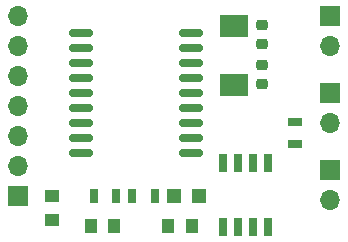
<source format=gbr>
%TF.GenerationSoftware,KiCad,Pcbnew,(6.0.7)*%
%TF.CreationDate,2023-01-30T20:46:25-05:00*%
%TF.ProjectId,SPItoCAN,53504974-6f43-4414-9e2e-6b696361645f,rev?*%
%TF.SameCoordinates,Original*%
%TF.FileFunction,Soldermask,Top*%
%TF.FilePolarity,Negative*%
%FSLAX46Y46*%
G04 Gerber Fmt 4.6, Leading zero omitted, Abs format (unit mm)*
G04 Created by KiCad (PCBNEW (6.0.7)) date 2023-01-30 20:46:25*
%MOMM*%
%LPD*%
G01*
G04 APERTURE LIST*
G04 Aperture macros list*
%AMRoundRect*
0 Rectangle with rounded corners*
0 $1 Rounding radius*
0 $2 $3 $4 $5 $6 $7 $8 $9 X,Y pos of 4 corners*
0 Add a 4 corners polygon primitive as box body*
4,1,4,$2,$3,$4,$5,$6,$7,$8,$9,$2,$3,0*
0 Add four circle primitives for the rounded corners*
1,1,$1+$1,$2,$3*
1,1,$1+$1,$4,$5*
1,1,$1+$1,$6,$7*
1,1,$1+$1,$8,$9*
0 Add four rect primitives between the rounded corners*
20,1,$1+$1,$2,$3,$4,$5,0*
20,1,$1+$1,$4,$5,$6,$7,0*
20,1,$1+$1,$6,$7,$8,$9,0*
20,1,$1+$1,$8,$9,$2,$3,0*%
G04 Aperture macros list end*
%ADD10R,1.000000X1.250000*%
%ADD11R,1.700000X1.700000*%
%ADD12O,1.700000X1.700000*%
%ADD13R,0.700000X1.300000*%
%ADD14R,1.200000X1.200000*%
%ADD15R,1.250000X1.000000*%
%ADD16R,0.650000X1.528000*%
%ADD17RoundRect,0.218750X0.256250X-0.218750X0.256250X0.218750X-0.256250X0.218750X-0.256250X-0.218750X0*%
%ADD18RoundRect,0.150000X0.875000X0.150000X-0.875000X0.150000X-0.875000X-0.150000X0.875000X-0.150000X0*%
%ADD19RoundRect,0.218750X-0.256250X0.218750X-0.256250X-0.218750X0.256250X-0.218750X0.256250X0.218750X0*%
%ADD20R,2.400000X1.900000*%
%ADD21R,1.300000X0.700000*%
G04 APERTURE END LIST*
D10*
%TO.C,C4*%
X23114000Y-32791400D03*
X21114000Y-32791400D03*
%TD*%
D11*
%TO.C,J1*%
X41404000Y-28039400D03*
D12*
X41404000Y-30579400D03*
%TD*%
D13*
%TO.C,R1*%
X21394000Y-30269400D03*
X23294000Y-30269400D03*
%TD*%
D11*
%TO.C,J4*%
X15004000Y-30279400D03*
D12*
X15004000Y-27739400D03*
X15004000Y-25199400D03*
X15004000Y-22659400D03*
X15004000Y-20119400D03*
X15004000Y-17579400D03*
X15004000Y-15039400D03*
%TD*%
%TO.C,J2*%
X41404000Y-17579400D03*
D11*
X41404000Y-15039400D03*
%TD*%
D14*
%TO.C,D1*%
X30314000Y-30309400D03*
X28214000Y-30309400D03*
%TD*%
D15*
%TO.C,C3*%
X17864000Y-30279400D03*
X17864000Y-32279400D03*
%TD*%
D13*
%TO.C,R3*%
X24664000Y-30279400D03*
X26564000Y-30279400D03*
%TD*%
D16*
%TO.C,U1*%
X36159000Y-27493400D03*
X34889000Y-27493400D03*
X33619000Y-27493400D03*
X32349000Y-27493400D03*
X32349000Y-32915400D03*
X33619000Y-32915400D03*
X34889000Y-32915400D03*
X36159000Y-32915400D03*
%TD*%
D17*
%TO.C,C2*%
X35654000Y-17404400D03*
X35654000Y-15829400D03*
%TD*%
D18*
%TO.C,U2*%
X29604000Y-26659400D03*
X29604000Y-25389400D03*
X29604000Y-24119400D03*
X29604000Y-22849400D03*
X29604000Y-21579400D03*
X29604000Y-20309400D03*
X29604000Y-19039400D03*
X29604000Y-17769400D03*
X29604000Y-16499400D03*
X20304000Y-16499400D03*
X20304000Y-17769400D03*
X20304000Y-19039400D03*
X20304000Y-20309400D03*
X20304000Y-21579400D03*
X20304000Y-22849400D03*
X20304000Y-24119400D03*
X20304000Y-25389400D03*
X20304000Y-26659400D03*
%TD*%
D19*
%TO.C,C1*%
X35654000Y-19204400D03*
X35654000Y-20779400D03*
%TD*%
D11*
%TO.C,J3*%
X41404000Y-21539400D03*
D12*
X41404000Y-24079400D03*
%TD*%
D20*
%TO.C,Y1*%
X33254000Y-15854400D03*
X33254000Y-20904400D03*
%TD*%
D21*
%TO.C,R2*%
X38404000Y-25879400D03*
X38404000Y-23979400D03*
%TD*%
D10*
%TO.C,C5*%
X27686000Y-32791400D03*
X29686000Y-32791400D03*
%TD*%
M02*

</source>
